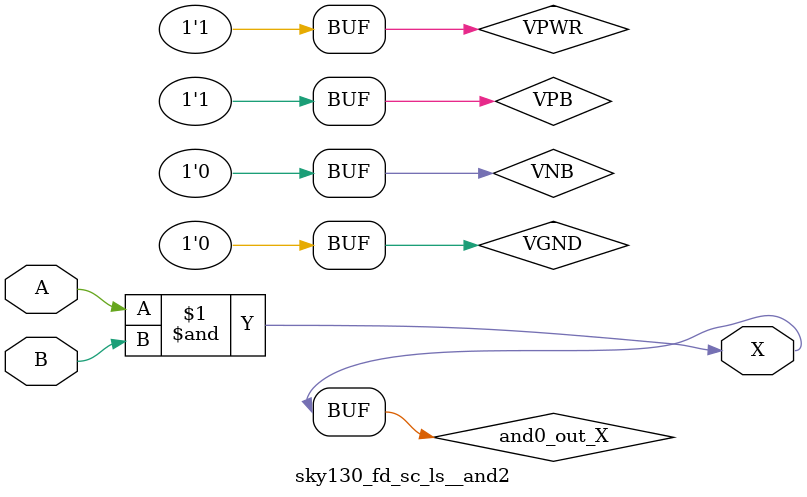
<source format=v>
/*
 * Copyright 2020 The SkyWater PDK Authors
 *
 * Licensed under the Apache License, Version 2.0 (the "License");
 * you may not use this file except in compliance with the License.
 * You may obtain a copy of the License at
 *
 *     https://www.apache.org/licenses/LICENSE-2.0
 *
 * Unless required by applicable law or agreed to in writing, software
 * distributed under the License is distributed on an "AS IS" BASIS,
 * WITHOUT WARRANTIES OR CONDITIONS OF ANY KIND, either express or implied.
 * See the License for the specific language governing permissions and
 * limitations under the License.
 *
 * SPDX-License-Identifier: Apache-2.0
*/


`ifndef SKY130_FD_SC_LS__AND2_BEHAVIORAL_V
`define SKY130_FD_SC_LS__AND2_BEHAVIORAL_V

/**
 * and2: 2-input AND.
 *
 * Verilog simulation functional model.
 */

`timescale 1ns / 1ps
`default_nettype none

`celldefine
module sky130_fd_sc_ls__and2 (
    X,
    A,
    B
);

    // Module ports
    output X;
    input  A;
    input  B;

    // Module supplies
    supply1 VPWR;
    supply0 VGND;
    supply1 VPB ;
    supply0 VNB ;

    // Local signals
    wire and0_out_X;

    //  Name  Output      Other arguments
    and and0 (and0_out_X, A, B           );
    buf buf0 (X         , and0_out_X     );

endmodule
`endcelldefine

`default_nettype wire
`endif  // SKY130_FD_SC_LS__AND2_BEHAVIORAL_V
</source>
